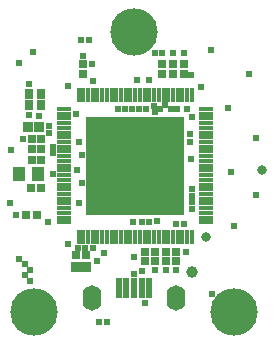
<source format=gbs>
%FSTAX25Y25*%
%MOIN*%
%SFA1B1*%

%IPPOS*%
%AMD71*
4,1,8,-0.023700,0.004000,-0.023700,-0.004000,-0.019700,-0.007900,0.019700,-0.007900,0.023700,-0.004000,0.023700,0.004000,0.019700,0.007900,-0.019700,0.007900,-0.023700,0.004000,0.0*
%
%ADD32R,0.028470X0.028470*%
%ADD34R,0.043430X0.047370*%
%ADD38R,0.025720X0.029650*%
%ADD44R,0.028470X0.028470*%
%ADD46O,0.063120X0.084770*%
%ADD47C,0.158000*%
%ADD48C,0.024000*%
%ADD49C,0.039000*%
%ADD50C,0.032000*%
%ADD68R,0.326900X0.326900*%
%ADD69O,0.015870X0.047370*%
%ADD70O,0.047370X0.015870*%
G04~CAMADD=71~4~0.0~0.0~158.7~473.7~0.0~39.7~0~0.0~0.0~0.0~0.0~0~0.0~0.0~0.0~0.0~0~0.0~0.0~0.0~90.0~474.0~158.0*
%ADD71D71*%
%ADD72R,0.025720X0.025720*%
%ADD73R,0.029650X0.033590*%
%ADD74R,0.023750X0.067060*%
%ADD75R,0.032410X0.032410*%
%LNdigit-1*%
%LPD*%
G54D32*
X0032283Y0094488D03*
Y0091339D03*
X0063287Y002874D03*
Y003189D03*
X0062205Y0094488D03*
Y0091339D03*
X0058661Y0094488D03*
Y0091339D03*
X0059842Y002874D03*
Y003189D03*
G54D34*
X0010827Y0057874D03*
X0017126D03*
G54D38*
X0016732Y0044094D03*
X0013189D03*
G54D44*
X0015157Y0062598D03*
X0018307D03*
X0014961Y005315D03*
X001811D03*
X0015157Y00696D03*
X0018307D03*
X0015157Y0066142D03*
X0018307D03*
X0029921Y0030709D03*
X0033071D03*
G54D46*
X0063287Y0016358D03*
X0035138D03*
G54D47*
X0049213Y0105118D03*
X0015748Y0011811D03*
X0082677D03*
G54D48*
X0010818Y0029528D03*
X0012992Y0027953D03*
X0048819Y0041732D03*
X0051968D03*
X0054295D03*
X0020417D03*
X001437Y0022047D03*
X0012992Y0024016D03*
X001437Y0025984D03*
X0049213Y00246D03*
X0075295Y0017815D03*
X0034055Y0102362D03*
X00375Y0008366D03*
X0040059Y0008393D03*
X0052953Y0014862D03*
X0050295Y0089272D03*
X0009843Y0044094D03*
X00518Y00254D03*
X0054232Y0089272D03*
X005315Y0079528D03*
X00209Y00715D03*
X00299Y0078D03*
X00669Y00795D03*
X0050787Y0079528D03*
X00437Y00794D03*
X00354Y00331D03*
X0061417Y0079528D03*
X00221Y00667D03*
X0030315Y0059055D03*
X0033Y00331D03*
X0048425Y0079528D03*
X0063287Y0041339D03*
X00391Y0031416D03*
X0059646Y0080807D03*
X00686Y0077D03*
X00354Y00887D03*
X00636Y00796D03*
X00273Y00871D03*
X00221Y00647D03*
X00304Y00331D03*
X0057874Y0079528D03*
X0065748Y0041339D03*
X0055905Y008061D03*
X00209Y00737D03*
X00461Y00794D03*
X005605Y0078524D03*
X005689Y0042323D03*
X0037008Y0028698D03*
X0030807Y0048228D03*
X0017572Y0077328D03*
X00562Y00981D03*
X00683Y0091D03*
X00353Y0094488D03*
X0032283Y00973D03*
X00108Y00949D03*
X0062205Y00983D03*
X0058661Y0098155D03*
X0065748Y0098148D03*
X00081Y0065748D03*
X00079Y0048275D03*
X00155Y00986D03*
X00748Y00991D03*
X00715Y00869D03*
X00814Y0058439D03*
X00804Y0079705D03*
X00899Y00697D03*
X009Y00507D03*
X00825Y00406D03*
X0049213Y00303D03*
X0063287Y0026D03*
X00598D03*
X00272Y00345D03*
X00121Y00695D03*
X00141Y00774D03*
Y00879D03*
X0031462Y0102362D03*
X00875Y0091142D03*
X0032Y00641D03*
X00318Y0054724D03*
X0022037Y0057937D03*
X006639Y003189D03*
X00563Y0026D03*
X00682Y00627D03*
X00678Y00686D03*
X00686Y00462D03*
Y0048425D03*
Y00506D03*
Y0052846D03*
X00678Y00712D03*
X0031Y00685D03*
G54D49*
X00686Y0025197D03*
G54D50*
X0091732Y00592D03*
X0073228Y0037D03*
G54D68*
X0049606Y006063D03*
G54D69*
X0068504Y0084252D03*
X0066929D03*
X0065354D03*
X0063779D03*
X0062205D03*
X006063D03*
X0059055D03*
X005748D03*
X0055905D03*
X0054331D03*
X0052756D03*
X0051181D03*
X0049606D03*
X0048031D03*
X0046457D03*
X0044882D03*
X0043307D03*
X0041732D03*
X0040157D03*
X0038583D03*
X0037008D03*
X0035433D03*
X0033858D03*
X0032283D03*
X0030709D03*
Y0037008D03*
X0032283D03*
X0033858D03*
X0035433D03*
X0037008D03*
X0038583D03*
X0040157D03*
X0041732D03*
X0043307D03*
X0044882D03*
X0046457D03*
X0048031D03*
X0049606D03*
X0051181D03*
X0052756D03*
X0054331D03*
X0055905D03*
X005748D03*
X0059055D03*
X006063D03*
X0062205D03*
X0063779D03*
X0065354D03*
X0066929D03*
X0068504D03*
G54D70*
X0025984Y0079527D03*
Y0077953D03*
Y0076378D03*
Y0074803D03*
Y0073228D03*
Y0071653D03*
Y0070079D03*
Y0068504D03*
Y0066929D03*
Y0065354D03*
Y0063779D03*
Y0062205D03*
Y006063D03*
Y0059055D03*
Y005748D03*
Y0055905D03*
Y0054331D03*
Y0052756D03*
Y0051181D03*
Y0049606D03*
Y0048031D03*
Y0046457D03*
Y0044882D03*
Y0043307D03*
Y0041732D03*
X0073228D03*
Y0043307D03*
Y0044882D03*
Y0046457D03*
Y0048031D03*
Y0049606D03*
Y0051181D03*
Y0052756D03*
Y0054331D03*
Y0055905D03*
Y005748D03*
Y0059055D03*
Y006063D03*
Y0062205D03*
Y0063779D03*
Y0065354D03*
Y0066929D03*
Y0068504D03*
Y0070079D03*
Y0071653D03*
Y0073228D03*
Y0074803D03*
Y0076378D03*
Y0077953D03*
G54D71*
X0073228Y0079528D03*
G54D72*
X0052756Y002874D03*
Y003189D03*
X0056299D03*
Y002874D03*
X0065748Y0091339D03*
Y0094488D03*
G54D73*
X0014173Y0084646D03*
X001811D03*
X0014173Y0080709D03*
X001811D03*
G54D74*
X0054331Y0019862D03*
X0051772D03*
X0049213D03*
X0046654D03*
X0044094D03*
G54D75*
X0014028Y00736D03*
X0017572D03*
X0029724Y0026772D03*
X0033268D03*
M02*
</source>
